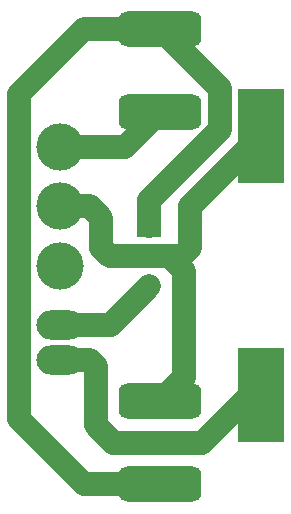
<source format=gbr>
G04 #@! TF.GenerationSoftware,KiCad,Pcbnew,8.0.0*
G04 #@! TF.CreationDate,2024-06-05T07:53:31-07:00*
G04 #@! TF.ProjectId,sim_switch,73696d5f-7377-4697-9463-682e6b696361,rev?*
G04 #@! TF.SameCoordinates,Original*
G04 #@! TF.FileFunction,Copper,L1,Top*
G04 #@! TF.FilePolarity,Positive*
%FSLAX46Y46*%
G04 Gerber Fmt 4.6, Leading zero omitted, Abs format (unit mm)*
G04 Created by KiCad (PCBNEW 8.0.0) date 2024-06-05 07:53:31*
%MOMM*%
%LPD*%
G01*
G04 APERTURE LIST*
G04 Aperture macros list*
%AMRoundRect*
0 Rectangle with rounded corners*
0 $1 Rounding radius*
0 $2 $3 $4 $5 $6 $7 $8 $9 X,Y pos of 4 corners*
0 Add a 4 corners polygon primitive as box body*
4,1,4,$2,$3,$4,$5,$6,$7,$8,$9,$2,$3,0*
0 Add four circle primitives for the rounded corners*
1,1,$1+$1,$2,$3*
1,1,$1+$1,$4,$5*
1,1,$1+$1,$6,$7*
1,1,$1+$1,$8,$9*
0 Add four rect primitives between the rounded corners*
20,1,$1+$1,$2,$3,$4,$5,0*
20,1,$1+$1,$4,$5,$6,$7,0*
20,1,$1+$1,$6,$7,$8,$9,0*
20,1,$1+$1,$8,$9,$2,$3,0*%
G04 Aperture macros list end*
G04 #@! TA.AperFunction,SMDPad,CuDef*
%ADD10R,4.000000X8.000000*%
G04 #@! TD*
G04 #@! TA.AperFunction,SMDPad,CuDef*
%ADD11RoundRect,0.750000X-2.750000X-0.750000X2.750000X-0.750000X2.750000X0.750000X-2.750000X0.750000X0*%
G04 #@! TD*
G04 #@! TA.AperFunction,SMDPad,CuDef*
%ADD12RoundRect,0.750000X2.750000X0.750000X-2.750000X0.750000X-2.750000X-0.750000X2.750000X-0.750000X0*%
G04 #@! TD*
G04 #@! TA.AperFunction,ComponentPad*
%ADD13O,4.000000X2.500000*%
G04 #@! TD*
G04 #@! TA.AperFunction,ComponentPad*
%ADD14C,4.000000*%
G04 #@! TD*
G04 #@! TA.AperFunction,ComponentPad*
%ADD15R,2.000000X1.905000*%
G04 #@! TD*
G04 #@! TA.AperFunction,ComponentPad*
%ADD16O,2.000000X1.905000*%
G04 #@! TD*
G04 #@! TA.AperFunction,Conductor*
%ADD17C,2.000000*%
G04 #@! TD*
G04 APERTURE END LIST*
D10*
X162000000Y-66000000D03*
X162000000Y-88000000D03*
D11*
X153500000Y-88500000D03*
X153500000Y-95500000D03*
D12*
X153500000Y-64000000D03*
X153500000Y-57000000D03*
D13*
X145000000Y-85000000D03*
X145000000Y-82000000D03*
D14*
X145000000Y-77000000D03*
X145000000Y-72000000D03*
X145000000Y-67000000D03*
D15*
X152555000Y-73660000D03*
D16*
X152555000Y-76200000D03*
X152555000Y-78740000D03*
D17*
X145000000Y-67000000D02*
X150500000Y-67000000D01*
X150500000Y-67000000D02*
X153500000Y-64000000D01*
X145000000Y-82000000D02*
X149295000Y-82000000D01*
X149295000Y-82000000D02*
X152555000Y-78740000D01*
X147500000Y-85000000D02*
X148000000Y-85500000D01*
X148000000Y-90500000D02*
X149500000Y-92000000D01*
X148000000Y-85500000D02*
X148000000Y-90500000D01*
X149500000Y-92000000D02*
X157000000Y-92000000D01*
X157000000Y-92000000D02*
X162000000Y-87000000D01*
X145000000Y-85000000D02*
X147500000Y-85000000D01*
X154200000Y-76200000D02*
X152555000Y-76200000D01*
X147500000Y-72000000D02*
X148500000Y-73000000D01*
X152555000Y-76200000D02*
X155300000Y-76200000D01*
X162000000Y-66000000D02*
X162000000Y-65000000D01*
X155500000Y-77500000D02*
X154200000Y-76200000D01*
X145000000Y-72000000D02*
X147500000Y-72000000D01*
X153500000Y-88500000D02*
X155500000Y-86500000D01*
X155300000Y-76200000D02*
X156000000Y-75500000D01*
X148500000Y-75500000D02*
X149200000Y-76200000D01*
X148500000Y-73000000D02*
X148500000Y-75500000D01*
X156000000Y-72000000D02*
X162000000Y-66000000D01*
X155500000Y-86500000D02*
X155500000Y-77500000D01*
X156000000Y-75500000D02*
X156000000Y-72000000D01*
X149200000Y-76200000D02*
X152555000Y-76200000D01*
X153500000Y-95500000D02*
X147000000Y-95500000D01*
X152555000Y-73660000D02*
X152555000Y-71445000D01*
X158500000Y-65500000D02*
X158500000Y-62000000D01*
X147000000Y-57000000D02*
X153500000Y-57000000D01*
X152555000Y-71445000D02*
X158500000Y-65500000D01*
X147000000Y-95500000D02*
X141500000Y-90000000D01*
X158500000Y-62000000D02*
X153500000Y-57000000D01*
X141500000Y-90000000D02*
X141500000Y-62500000D01*
X141500000Y-62500000D02*
X147000000Y-57000000D01*
M02*

</source>
